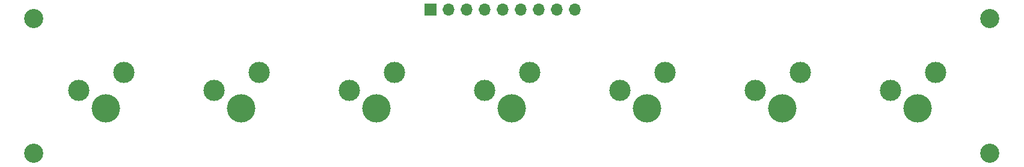
<source format=gbr>
%TF.GenerationSoftware,KiCad,Pcbnew,(5.1.9)-1*%
%TF.CreationDate,2021-05-15T10:40:31-04:00*%
%TF.ProjectId,LowerBar,4c6f7765-7242-4617-922e-6b696361645f,rev?*%
%TF.SameCoordinates,Original*%
%TF.FileFunction,Soldermask,Bot*%
%TF.FilePolarity,Negative*%
%FSLAX46Y46*%
G04 Gerber Fmt 4.6, Leading zero omitted, Abs format (unit mm)*
G04 Created by KiCad (PCBNEW (5.1.9)-1) date 2021-05-15 10:40:31*
%MOMM*%
%LPD*%
G01*
G04 APERTURE LIST*
%ADD10O,1.700000X1.700000*%
%ADD11R,1.700000X1.700000*%
%ADD12C,2.700000*%
%ADD13C,3.000000*%
%ADD14C,4.000000*%
G04 APERTURE END LIST*
D10*
%TO.C,J2*%
X193040000Y-55880000D03*
X190500000Y-55880000D03*
X187960000Y-55880000D03*
X185420000Y-55880000D03*
X182880000Y-55880000D03*
X180340000Y-55880000D03*
X177800000Y-55880000D03*
X175260000Y-55880000D03*
D11*
X172720000Y-55880000D03*
%TD*%
D12*
%TO.C,MP3*%
X251460000Y-76200000D03*
%TD*%
%TO.C,MP4*%
X251460000Y-57150000D03*
%TD*%
%TO.C,MP1*%
X116840000Y-57150000D03*
%TD*%
%TO.C,MP2*%
X116840000Y-76200000D03*
%TD*%
D13*
%TO.C,SW1*%
X129540000Y-64770000D03*
X123190000Y-67310000D03*
D14*
X127000000Y-69850000D03*
%TD*%
%TO.C,SW2*%
X146050000Y-69850000D03*
D13*
X142240000Y-67310000D03*
X148590000Y-64770000D03*
%TD*%
%TO.C,SW3*%
X167640000Y-64770000D03*
X161290000Y-67310000D03*
D14*
X165100000Y-69850000D03*
%TD*%
%TO.C,SW4*%
X184150000Y-69850000D03*
D13*
X180340000Y-67310000D03*
X186690000Y-64770000D03*
%TD*%
%TO.C,SW5*%
X205740000Y-64770000D03*
X199390000Y-67310000D03*
D14*
X203200000Y-69850000D03*
%TD*%
%TO.C,SW6*%
X222250000Y-69850000D03*
D13*
X218440000Y-67310000D03*
X224790000Y-64770000D03*
%TD*%
%TO.C,SW7*%
X243840000Y-64770000D03*
X237490000Y-67310000D03*
D14*
X241300000Y-69850000D03*
%TD*%
M02*

</source>
